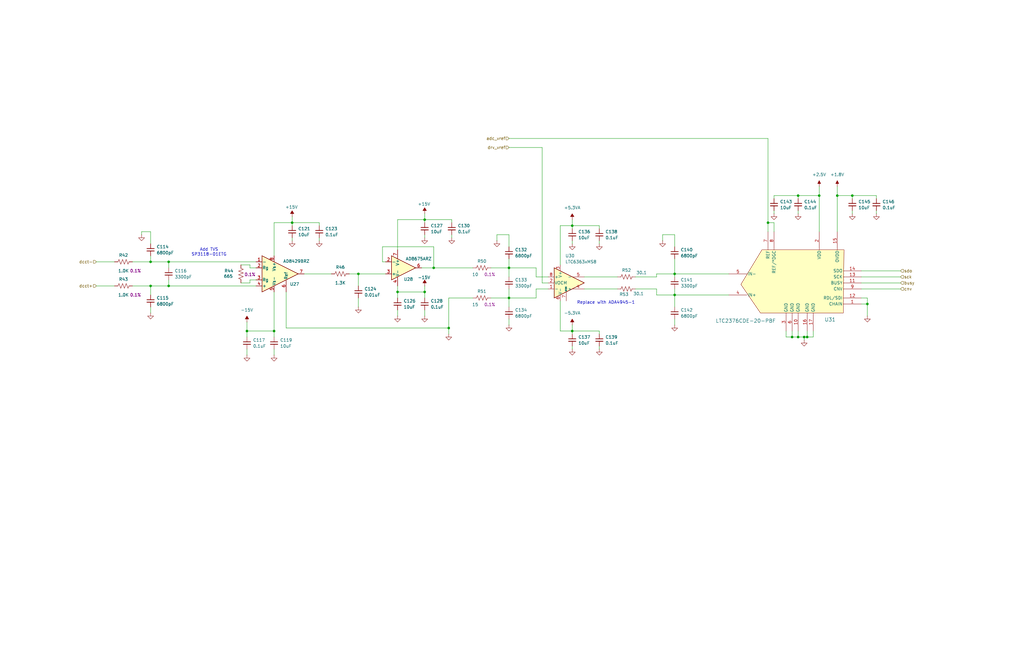
<source format=kicad_sch>
(kicad_sch (version 20250114) (generator "eeschema") (generator_version "9.0")
  (paper "B")
  (lib_symbols
    (symbol "Amplifier_Instrumentation:AD8429BRZ" (pin_names (offset 0.127))
      (property "Reference" "U" (at 3.556 7.366 0))
      (property "Value" "AD8429BRZ" (at 7.366 5.334 0))
      (symbol "AD8429BRZ_0_1"
        (polyline (pts (xy -5.08 7.62) (xy -5.08 -7.62) (xy 10.16 0) (xy -5.08 7.62)) (stroke (width 0.254)) (fill (type background)))
      )
      (symbol "AD8429BRZ_1_1"
        (pin input line (at -7.62 5.08 0) (length 2.54) (name "-") (number "1"))
        (pin passive line (at -7.62 2.54 0) (length 2.54) (name "Rg") (number "2"))
        (pin passive line (at -7.62 -2.54 0) (length 2.54) (name "Rg") (number "3"))
        (pin input line (at -7.62 -5.08 0) (length 2.54) (name "+") (number "4"))
        (pin power_in line (at 0 7.62 270) (length 2.54) (name "Vs+") (number "8"))
        (pin power_in line (at 0 -7.62 90) (length 2.54) (name "Vs-") (number "5"))
        (pin passive line (at 5.08 -7.62 90) (length 5.08) (name "Ref") (number "6"))
        (pin output line (at 12.7 0 180) (length 2.54) (name "~") (number "7"))
      )
    )
    (symbol "Device:C_Small" (pin_numbers (hide yes)) (pin_names (offset 0.254) (hide yes))
      (property "Reference" "C" (at 0.254 1.778 0))
      (property "Value" "C_Small" (at 0.254 -2.032 0))
      (symbol "C_Small_0_1"
        (polyline (pts (xy -1.524 0.508) (xy 1.524 0.508)) (stroke (width 0.3048)))
        (polyline (pts (xy -1.524 -0.508) (xy 1.524 -0.508)) (stroke (width 0.3302)))
      )
      (symbol "C_Small_1_1"
        (pin passive line (at 0 2.54 270) (length 2.032) (name "~") (number "1"))
        (pin passive line (at 0 -2.54 90) (length 2.032) (name "~") (number "2"))
      )
    )
    (symbol "Device:R_US" (pin_numbers (hide yes)) (pin_names (offset 0))
      (property "Reference" "R" (at 2.54 0 90))
      (property "Value" "R_US" (at -2.54 0 90))
      (symbol "R_US_0_1"
        (polyline (pts (xy 0 2.286) (xy 0 2.54)))
        (polyline (pts (xy 0 2.286) (xy 1.016 1.905) (xy 0 1.524) (xy -1.016 1.143) (xy 0 0.762)))
        (polyline (pts (xy 0 0.762) (xy 1.016 0.381) (xy 0 0) (xy -1.016 -0.381) (xy 0 -0.762)))
        (polyline (pts (xy 0 -0.762) (xy 1.016 -1.143) (xy 0 -1.524) (xy -1.016 -1.905) (xy 0 -2.286)))
        (polyline (pts (xy 0 -2.286) (xy 0 -2.54)))
      )
      (symbol "R_US_1_1"
        (pin passive line (at 0 3.81 270) (length 1.27) (name "~") (number "1"))
        (pin passive line (at 0 -3.81 90) (length 1.27) (name "~") (number "2"))
      )
    )
    (symbol "PSC:+1.8V" (power) (pin_numbers (hide yes)) (pin_names (offset 0) (hide yes))
      (property "Value" "+1.8V" (at 0 3.556 0))
      (symbol "+1.8V_0_1"
        (polyline (pts (xy 0 0) (xy 0 2.54)))
      )
      (symbol "+1.8V_1_1"
        (polyline (pts (xy -0.635 1.27) (xy 0.635 1.27) (xy 0 2.54) (xy -0.635 1.27)) (stroke (width 0) (color 132 0 0 1)) (fill (type color) (color 132 0 0 1)))
        (pin power_in line (at 0 0 90) (length 0) (name "~") (number "1"))
      )
    )
    (symbol "PSC:+15V" (power) (pin_numbers (hide yes)) (pin_names (offset 0) (hide yes))
      (property "Value" "+15V" (at 0 3.556 0))
      (symbol "+15V_0_0"
        (pin power_in line (at 0 0 90) (length 0) (name "~") (number "1"))
      )
      (symbol "+15V_0_1"
        (polyline (pts (xy 0 0) (xy 0 1.27) (xy 0.762 1.27) (xy 0 2.54) (xy -0.762 1.27) (xy 0 1.27)) (fill (type outline)))
      )
    )
    (symbol "PSC:+2.5V" (power) (pin_numbers (hide yes)) (pin_names (offset 0) (hide yes))
      (property "Value" "+2.5V" (at 0 3.556 0))
      (symbol "+2.5V_0_1"
        (polyline (pts (xy 0 0) (xy 0 2.54)))
      )
      (symbol "+2.5V_1_1"
        (polyline (pts (xy -0.635 1.27) (xy 0.635 1.27) (xy 0 2.54) (xy -0.635 1.27)) (stroke (width 0) (color 132 0 0 1)) (fill (type color) (color 132 0 0 1)))
        (pin power_in line (at 0 0 90) (length 0) (name "~") (number "1"))
      )
    )
    (symbol "PSC:+5.3VA" (power) (pin_numbers (hide yes)) (pin_names (offset 0) (hide yes))
      (property "Value" "+5.3VA" (at 0 3.556 0))
      (symbol "+5.3VA_1_1"
        (polyline (pts (xy 0 0) (xy 0 1.27) (xy 0.762 1.27) (xy 0 2.54) (xy -0.762 1.27) (xy 0 1.27)) (fill (type outline)))
        (pin power_in line (at 0 0 90) (length 0) (name "~") (number "1"))
      )
    )
    (symbol "PSC:-5.3VA" (power) (pin_numbers (hide yes)) (pin_names (offset 0) (hide yes))
      (property "Value" "-5.3VA" (at 0 3.556 0))
      (symbol "-5.3VA_0_1"
        (polyline (pts (xy 0 0) (xy 0 1.27) (xy 0.762 1.27) (xy 0 2.54) (xy -0.762 1.27) (xy 0 1.27)) (fill (type outline)))
      )
      (symbol "-5.3VA_1_1"
        (pin power_in line (at 0 0 90) (length 0) (name "~") (number "1"))
      )
    )
    (symbol "PSC:AD8675ARZ" (pin_names (offset 0.127))
      (property "Reference" "U" (at 0 5.08 0))
      (property "Value" "AD8675ARZ" (at 0 -5.08 0))
      (symbol "AD8675ARZ_0_1"
        (polyline (pts (xy -5.08 5.08) (xy 5.08 0) (xy -5.08 -5.08) (xy -5.08 5.08)) (stroke (width 0.254)) (fill (type background)))
      )
      (symbol "AD8675ARZ_1_1"
        (pin input line (at -7.62 2.54 0) (length 2.54) (name "-") (number "2"))
        (pin input line (at -7.62 -2.54 0) (length 2.54) (name "+") (number "3"))
        (pin power_in line (at -2.54 7.62 270) (length 3.81) (name "V+") (number "7"))
        (pin power_in line (at -2.54 -7.62 90) (length 3.81) (name "V-") (number "4"))
        (pin output line (at 7.62 0 180) (length 2.54) (name "~") (number "6"))
      )
    )
    (symbol "PSC:LTC2376CDE-20-PBF" (pin_names (offset 0.254))
      (property "Reference" "U" (at 39.624 -30.734 0))
      (property "Value" "LTC2376CDE-20-PBF" (at 50.8 -27.686 0))
      (symbol "LTC2376CDE-20-PBF_0_1"
        (pin input line (at 0 -8.89 0) (length 7.62) (name "IN-") (number "5"))
        (pin input line (at 0 -17.78 0) (length 7.62) (name "IN+") (number "4"))
        (pin output line (at 55.88 -7.62 180) (length 7.62) (name "SDO") (number "14"))
        (pin input line (at 55.88 -10.16 180) (length 7.62) (name "SCK") (number "13"))
        (pin unspecified line (at 55.88 -12.7 180) (length 7.62) (name "BUSY") (number "11"))
        (pin input line (at 55.88 -15.24 180) (length 7.62) (name "CNV") (number "9"))
        (pin input line (at 55.88 -19.05 180) (length 7.62) (name "RDL/SDI") (number "12"))
      )
      (symbol "LTC2376CDE-20-PBF_1_1"
        (polyline (pts (xy 13.97 1.27) (xy 48.5775 1.27) (xy 48.26 -25.4) (xy 13.335 -25.4) (xy 5.08 -13.335) (xy 13.97 1.27)) (fill (type color) (color 255 255 194 1)))
        (pin input line (at 16.51 8.89 270) (length 7.62) (name "REF") (number "7"))
        (pin unspecified line (at 19.05 8.89 270) (length 7.62) (name "REF/*DGC") (number "8"))
        (pin power_in line (at 24.13 -33.02 90) (length 7.62) (name "GND") (number "3"))
        (pin power_in line (at 26.67 -33.02 90) (length 7.62) (name "GND") (number "6"))
        (pin power_in line (at 29.21 -33.02 90) (length 7.62) (name "GND") (number "10"))
        (pin power_in line (at 33.02 -33.02 90) (length 7.62) (name "GND") (number "16"))
        (pin power_in line (at 35.56 -33.02 90) (length 7.62) (name "GND") (number "17"))
        (pin power_in line (at 38.1 8.89 270) (length 7.62) (name "VDD") (number "2"))
        (pin power_in line (at 45.72 8.89 270) (length 7.62) (name "OVDD") (number "15"))
        (pin unspecified line (at 55.88 -21.59 180) (length 7.62) (name "CHAIN") (number "1"))
      )
    )
    (symbol "PSC:LTC6363xMS8" (pin_names (offset 0.127))
      (property "Reference" "U" (at 2.54 5.08 0))
      (property "Value" "LTC6363xMS8" (at 2.54 -5.08 0))
      (symbol "LTC6363xMS8_0_1"
        (polyline (pts (xy -5.08 6.35) (xy -5.08 -6.35) (xy 7.62 0) (xy -5.08 6.35)) (stroke (width 0.254)) (fill (type background)))
      )
      (symbol "LTC6363xMS8_1_1"
        (pin input line (at -7.62 2.54 0) (length 2.54) (name "+") (number "8"))
        (pin input line (at -7.62 0 0) (length 2.54) (name "VOCM") (number "2"))
        (pin input line (at -7.62 -2.54 0) (length 2.54) (name "-") (number "1"))
        (pin power_in line (at -2.54 7.62 270) (length 2.54) (name "V+") (number "3"))
        (pin power_in line (at -2.54 -7.62 90) (length 2.54) (name "V-") (number "6"))
        (pin input line (at 0 -7.62 90) (length 3.81) (name "~{SHDN}") (number "7"))
        (pin output line (at 7.62 2.54 180) (length 5.08) (name "-") (number "5"))
        (pin output line (at 7.62 -2.54 180) (length 5.08) (name "+") (number "4"))
      )
    )
    (symbol "power:-15V" (power) (pin_numbers (hide yes)) (pin_names (offset 0) (hide yes))
      (property "Value" "-15V" (at 0 3.556 0))
      (symbol "-15V_0_0"
        (pin power_in line (at 0 0 90) (length 0) (name "~") (number "1"))
      )
      (symbol "-15V_0_1"
        (polyline (pts (xy 0 0) (xy 0 1.27) (xy 0.762 1.27) (xy 0 2.54) (xy -0.762 1.27) (xy 0 1.27)) (fill (type outline)))
      )
    )
    (symbol "power:GND" (power) (pin_numbers (hide yes)) (pin_names (offset 0) (hide yes))
      (property "Value" "GND" (at 0 -3.81 0))
      (symbol "GND_0_1"
        (polyline (pts (xy 0 0) (xy 0 -1.27) (xy 1.27 -1.27) (xy 0 -2.54) (xy -1.27 -1.27) (xy 0 -1.27)))
      )
      (symbol "GND_1_1"
        (pin power_in line (at 0 0 270) (length 0) (name "~") (number "1"))
      )
    )
  )
  (text "Add TVS\nSP3118-01ETG\n" (at 88.138 106.426 0) (effects (font (size 1.27 1.27))))
  (text "Replace with ADA4945-1" (at 255.524 127.762 0) (effects (font (size 1.27 1.27))))
  (junction (at 189.23 138.43))
  (junction (at 167.64 123.19))
  (junction (at 336.55 142.24))
  (junction (at 241.3 139.7))
  (junction (at 323.85 93.98))
  (junction (at 365.76 128.27))
  (junction (at 345.44 82.55))
  (junction (at 214.63 113.03))
  (junction (at 104.14 139.7))
  (junction (at 284.48 124.46))
  (junction (at 334.01 142.24))
  (junction (at 284.48 115.57))
  (junction (at 115.57 139.7))
  (junction (at 63.5 110.49))
  (junction (at 71.12 120.65))
  (junction (at 353.06 82.55))
  (junction (at 241.3 95.25))
  (junction (at 71.12 110.49))
  (junction (at 359.41 82.55))
  (junction (at 339.09 142.24))
  (junction (at 336.55 82.55))
  (junction (at 182.88 113.03))
  (junction (at 179.07 123.19))
  (junction (at 179.07 92.71))
  (junction (at 214.63 125.73))
  (junction (at 123.19 93.98))
  (junction (at 151.13 115.57))
  (junction (at 63.5 120.65))
  (junction (at 340.36 142.24))
  (wire (pts (xy 115.57 149.86) (xy 115.57 147.32)))
  (wire (pts (xy 167.64 92.71) (xy 179.07 92.71)))
  (wire (pts (xy 55.88 120.65) (xy 63.5 120.65)))
  (wire (pts (xy 190.5 100.33) (xy 190.5 99.06)))
  (wire (pts (xy 214.63 109.22) (xy 214.63 113.03)))
  (wire (pts (xy 115.57 123.19) (xy 115.57 139.7)))
  (wire (pts (xy 120.65 123.19) (xy 120.65 138.43)))
  (wire (pts (xy 226.06 113.03) (xy 214.63 113.03)))
  (wire (pts (xy 179.07 100.33) (xy 179.07 99.06)))
  (wire (pts (xy 189.23 125.73) (xy 189.23 138.43)))
  (wire (pts (xy 115.57 139.7) (xy 104.14 139.7)))
  (wire (pts (xy 284.48 115.57) (xy 307.34 115.57)))
  (wire (pts (xy 123.19 101.6) (xy 123.19 100.33)))
  (wire (pts (xy 236.22 139.7) (xy 241.3 139.7)))
  (wire (pts (xy 182.88 113.03) (xy 199.39 113.03)))
  (wire (pts (xy 369.57 90.17) (xy 369.57 88.9)))
  (wire (pts (xy 246.38 116.84) (xy 260.35 116.84)))
  (wire (pts (xy 179.07 92.71) (xy 179.07 90.17)))
  (wire (pts (xy 151.13 115.57) (xy 151.13 120.65)))
  (wire (pts (xy 231.14 119.38) (xy 228.6 119.38)))
  (wire (pts (xy 252.73 96.52) (xy 252.73 95.25)))
  (wire (pts (xy 345.44 82.55) (xy 345.44 97.79)))
  (wire (pts (xy 63.5 110.49) (xy 71.12 110.49)))
  (wire (pts (xy 363.22 128.27) (xy 365.76 128.27)))
  (wire (pts (xy 267.97 116.84) (xy 276.86 116.84)))
  (wire (pts (xy 214.63 125.73) (xy 207.01 125.73)))
  (wire (pts (xy 101.6 111.76) (xy 105.41 111.76)))
  (wire (pts (xy 161.29 104.14) (xy 182.88 104.14)))
  (wire (pts (xy 241.3 95.25) (xy 252.73 95.25)))
  (wire (pts (xy 246.38 121.92) (xy 260.35 121.92)))
  (wire (pts (xy 284.48 109.22) (xy 284.48 115.57)))
  (wire (pts (xy 228.6 119.38) (xy 228.6 62.23)))
  (wire (pts (xy 104.14 142.24) (xy 104.14 139.7)))
  (wire (pts (xy 190.5 93.98) (xy 190.5 92.71)))
  (wire (pts (xy 363.22 116.84) (xy 379.73 116.84)))
  (wire (pts (xy 177.8 113.03) (xy 182.88 113.03)))
  (wire (pts (xy 284.48 115.57) (xy 284.48 116.84)))
  (wire (pts (xy 369.57 83.82) (xy 369.57 82.55)))
  (wire (pts (xy 276.86 124.46) (xy 284.48 124.46)))
  (wire (pts (xy 179.07 120.65) (xy 179.07 123.19)))
  (wire (pts (xy 326.39 83.82) (xy 326.39 82.55)))
  (wire (pts (xy 59.69 97.79) (xy 59.69 99.06)))
  (wire (pts (xy 214.63 125.73) (xy 214.63 129.54)))
  (wire (pts (xy 353.06 82.55) (xy 353.06 97.79)))
  (wire (pts (xy 123.19 93.98) (xy 134.62 93.98)))
  (wire (pts (xy 63.5 120.65) (xy 71.12 120.65)))
  (wire (pts (xy 276.86 121.92) (xy 276.86 124.46)))
  (wire (pts (xy 284.48 121.92) (xy 284.48 124.46)))
  (wire (pts (xy 128.27 115.57) (xy 139.7 115.57)))
  (wire (pts (xy 63.5 132.08) (xy 63.5 129.54)))
  (wire (pts (xy 279.4 99.06) (xy 284.48 99.06)))
  (wire (pts (xy 214.63 62.23) (xy 228.6 62.23)))
  (wire (pts (xy 214.63 113.03) (xy 207.01 113.03)))
  (wire (pts (xy 209.55 101.6) (xy 209.55 99.06)))
  (wire (pts (xy 236.22 127) (xy 236.22 139.7)))
  (wire (pts (xy 161.29 104.14) (xy 161.29 110.49)))
  (wire (pts (xy 71.12 118.11) (xy 71.12 120.65)))
  (wire (pts (xy 123.19 93.98) (xy 123.19 91.44)))
  (wire (pts (xy 40.64 110.49) (xy 48.26 110.49)))
  (wire (pts (xy 340.36 139.7) (xy 340.36 142.24)))
  (wire (pts (xy 226.06 116.84) (xy 226.06 113.03)))
  (wire (pts (xy 214.63 137.16) (xy 214.63 134.62)))
  (wire (pts (xy 363.22 125.73) (xy 365.76 125.73)))
  (wire (pts (xy 365.76 128.27) (xy 365.76 133.35)))
  (wire (pts (xy 104.14 135.89) (xy 104.14 139.7)))
  (wire (pts (xy 63.5 102.87) (xy 63.5 97.79)))
  (wire (pts (xy 231.14 116.84) (xy 226.06 116.84)))
  (wire (pts (xy 323.85 58.42) (xy 214.63 58.42)))
  (wire (pts (xy 161.29 110.49) (xy 162.56 110.49)))
  (wire (pts (xy 214.63 121.92) (xy 214.63 125.73)))
  (wire (pts (xy 71.12 110.49) (xy 71.12 113.03)))
  (wire (pts (xy 342.9 142.24) (xy 342.9 139.7)))
  (wire (pts (xy 284.48 124.46) (xy 284.48 129.54)))
  (wire (pts (xy 231.14 121.92) (xy 226.06 121.92)))
  (wire (pts (xy 104.14 149.86) (xy 104.14 147.32)))
  (wire (pts (xy 151.13 129.54) (xy 151.13 125.73)))
  (wire (pts (xy 55.88 110.49) (xy 63.5 110.49)))
  (wire (pts (xy 284.48 99.06) (xy 284.48 104.14)))
  (wire (pts (xy 236.22 111.76) (xy 236.22 95.25)))
  (wire (pts (xy 331.47 142.24) (xy 334.01 142.24)))
  (wire (pts (xy 167.64 92.71) (xy 167.64 105.41)))
  (wire (pts (xy 123.19 95.25) (xy 123.19 93.98)))
  (wire (pts (xy 71.12 120.65) (xy 107.95 120.65)))
  (wire (pts (xy 241.3 102.87) (xy 241.3 101.6)))
  (wire (pts (xy 276.86 116.84) (xy 276.86 115.57)))
  (wire (pts (xy 267.97 121.92) (xy 276.86 121.92)))
  (wire (pts (xy 345.44 82.55) (xy 336.55 82.55)))
  (wire (pts (xy 105.41 111.76) (xy 105.41 113.03)))
  (wire (pts (xy 241.3 96.52) (xy 241.3 95.25)))
  (wire (pts (xy 134.62 101.6) (xy 134.62 100.33)))
  (wire (pts (xy 182.88 104.14) (xy 182.88 113.03)))
  (wire (pts (xy 323.85 58.42) (xy 323.85 93.98)))
  (wire (pts (xy 179.07 93.98) (xy 179.07 92.71)))
  (wire (pts (xy 365.76 125.73) (xy 365.76 128.27)))
  (wire (pts (xy 353.06 82.55) (xy 359.41 82.55)))
  (wire (pts (xy 331.47 139.7) (xy 331.47 142.24)))
  (wire (pts (xy 359.41 83.82) (xy 359.41 82.55)))
  (wire (pts (xy 63.5 97.79) (xy 59.69 97.79)))
  (wire (pts (xy 340.36 142.24) (xy 342.9 142.24)))
  (wire (pts (xy 151.13 115.57) (xy 162.56 115.57)))
  (wire (pts (xy 323.85 97.79) (xy 323.85 93.98)))
  (wire (pts (xy 334.01 142.24) (xy 336.55 142.24)))
  (wire (pts (xy 284.48 137.16) (xy 284.48 134.62)))
  (wire (pts (xy 71.12 110.49) (xy 107.95 110.49)))
  (wire (pts (xy 226.06 121.92) (xy 226.06 125.73)))
  (wire (pts (xy 359.41 82.55) (xy 369.57 82.55)))
  (wire (pts (xy 241.3 139.7) (xy 252.73 139.7)))
  (wire (pts (xy 363.22 121.92) (xy 379.73 121.92)))
  (wire (pts (xy 252.73 140.97) (xy 252.73 139.7)))
  (wire (pts (xy 115.57 93.98) (xy 123.19 93.98)))
  (wire (pts (xy 214.63 99.06) (xy 214.63 104.14)))
  (wire (pts (xy 209.55 99.06) (xy 214.63 99.06)))
  (wire (pts (xy 189.23 125.73) (xy 199.39 125.73)))
  (wire (pts (xy 339.09 142.24) (xy 340.36 142.24)))
  (wire (pts (xy 326.39 82.55) (xy 336.55 82.55)))
  (wire (pts (xy 167.64 120.65) (xy 167.64 123.19)))
  (wire (pts (xy 353.06 78.74) (xy 353.06 82.55)))
  (wire (pts (xy 105.41 118.11) (xy 107.95 118.11)))
  (wire (pts (xy 236.22 95.25) (xy 241.3 95.25)))
  (wire (pts (xy 101.6 119.38) (xy 105.41 119.38)))
  (wire (pts (xy 179.07 92.71) (xy 190.5 92.71)))
  (wire (pts (xy 63.5 120.65) (xy 63.5 124.46)))
  (wire (pts (xy 359.41 90.17) (xy 359.41 88.9)))
  (wire (pts (xy 167.64 133.35) (xy 167.64 130.81)))
  (wire (pts (xy 214.63 113.03) (xy 214.63 116.84)))
  (wire (pts (xy 241.3 140.97) (xy 241.3 139.7)))
  (wire (pts (xy 336.55 142.24) (xy 339.09 142.24)))
  (wire (pts (xy 115.57 107.95) (xy 115.57 93.98)))
  (wire (pts (xy 241.3 147.32) (xy 241.3 146.05)))
  (wire (pts (xy 189.23 140.97) (xy 189.23 138.43)))
  (wire (pts (xy 115.57 142.24) (xy 115.57 139.7)))
  (wire (pts (xy 363.22 119.38) (xy 379.73 119.38)))
  (wire (pts (xy 179.07 133.35) (xy 179.07 130.81)))
  (wire (pts (xy 363.22 114.3) (xy 379.73 114.3)))
  (wire (pts (xy 339.09 142.24) (xy 339.09 143.51)))
  (wire (pts (xy 105.41 113.03) (xy 107.95 113.03)))
  (wire (pts (xy 336.55 90.17) (xy 336.55 88.9)))
  (wire (pts (xy 63.5 107.95) (xy 63.5 110.49)))
  (wire (pts (xy 105.41 119.38) (xy 105.41 118.11)))
  (wire (pts (xy 279.4 101.6) (xy 279.4 99.06)))
  (wire (pts (xy 179.07 123.19) (xy 179.07 125.73)))
  (wire (pts (xy 40.64 120.65) (xy 48.26 120.65)))
  (wire (pts (xy 241.3 95.25) (xy 241.3 92.71)))
  (wire (pts (xy 336.55 139.7) (xy 336.55 142.24)))
  (wire (pts (xy 134.62 95.25) (xy 134.62 93.98)))
  (wire (pts (xy 167.64 123.19) (xy 179.07 123.19)))
  (wire (pts (xy 326.39 90.17) (xy 326.39 88.9)))
  (wire (pts (xy 241.3 139.7) (xy 241.3 137.16)))
  (wire (pts (xy 336.55 83.82) (xy 336.55 82.55)))
  (wire (pts (xy 252.73 147.32) (xy 252.73 146.05)))
  (wire (pts (xy 323.85 93.98) (xy 326.39 93.98)))
  (wire (pts (xy 326.39 97.79) (xy 326.39 93.98)))
  (wire (pts (xy 226.06 125.73) (xy 214.63 125.73)))
  (wire (pts (xy 120.65 138.43) (xy 189.23 138.43)))
  (wire (pts (xy 345.44 78.74) (xy 345.44 82.55)))
  (wire (pts (xy 276.86 115.57) (xy 284.48 115.57)))
  (wire (pts (xy 334.01 139.7) (xy 334.01 142.24)))
  (wire (pts (xy 284.48 124.46) (xy 307.34 124.46)))
  (wire (pts (xy 252.73 102.87) (xy 252.73 101.6)))
  (wire (pts (xy 167.64 125.73) (xy 167.64 123.19)))
  (wire (pts (xy 147.32 115.57) (xy 151.13 115.57)))
  (hierarchical_label "cnv" (shape input) (at 379.73 121.92 0))
  (hierarchical_label "dcct-" (shape input) (at 40.64 110.49 180))
  (hierarchical_label "sck" (shape input) (at 379.73 116.84 0))
  (hierarchical_label "drv_vref" (shape input) (at 214.63 62.23 180))
  (hierarchical_label "dcct+" (shape input) (at 40.64 120.65 180))
  (hierarchical_label "sdo" (shape input) (at 379.73 114.3 0))
  (hierarchical_label "adc_vref" (shape input) (at 214.63 58.42 180))
  (hierarchical_label "busy" (shape input) (at 379.73 119.38 0))
  (symbol (lib_id "power:GND") (at 214.63 137.16 0) (unit 1)
    (property "Reference" "#PWR0244" (effects (hide yes)))
    (property "Value" "GND" (effects (hide yes)))
    (property "Description" "Power symbol creates a global label with name \"GND\" , ground" (effects (hide yes)))
    (instances (project "psc_daughter_brd" (path "" (reference "#PWR0197") (unit 1)) (path "" (reference "#PWR0244") (unit 1))))
  )
  (symbol (lib_id "power:GND") (at 59.69 99.06 0) (unit 1)
    (property "Reference" "#PWR0217" (effects (hide yes)))
    (property "Value" "GND" (effects (hide yes)))
    (property "Description" "Power symbol creates a global label with name \"GND\" , ground" (effects (hide yes)))
    (instances (project "psc_daughter_brd" (path "" (reference "#PWR0170") (unit 1)) (path "" (reference "#PWR0217") (unit 1))))
  )
  (symbol (lib_id "Device:R_US") (at 264.16 121.92 270) (unit 1)
    (property "Reference" "R65" (at 263.144 124.206 90))
    (property "Value" "30.1" (at 269.24 123.952 90))
    (property "Footprint" "Resistor_SMD:R_0402_1005Metric" (effects (hide yes)))
    (property "Description" "Resistor, US symbol" (effects (hide yes)))
    (property "Tolerance" "1%" (effects (hide yes)))
    (instances (project "psc_daughter_brd" (path "" (reference "R53") (unit 1)) (path "" (reference "R65") (unit 1))))
  )
  (symbol (lib_id "power:GND") (at 359.41 90.17 0) (unit 1)
    (property "Reference" "#PWR0259" (effects (hide yes)))
    (property "Value" "GND" (effects (hide yes)))
    (property "Description" "Power symbol creates a global label with name \"GND\" , ground" (effects (hide yes)))
    (instances (project "psc_daughter_brd" (path "" (reference "#PWR0212") (unit 1)) (path "" (reference "#PWR0259") (unit 1))))
  )
  (symbol (lib_id "PSC:LTC6363xMS8") (at 238.76 119.38 0) (unit 1)
    (property "Reference" "U36" (at 238.3633 107.95 0) (effects (justify left)))
    (property "Value" "LTC6363xMS8" (at 238.3633 110.49 0) (effects (justify left)))
    (property "Footprint" "Package_SO:MSOP-8_3x3mm_P0.65mm" (effects (hide yes)))
    (property "Datasheet" "https://www.analog.com/media/en/technical-documentation/data-sheets/6362fa.pdf" (effects (hide yes)))
    (property "Description" "Precision, Low Power, Rail-to-Rail Input/Output, Differential Op Amp/SAR ADC Driver, DFN-8" (effects (hide yes)))
    (instances (project "psc_daughter_brd" (path "" (reference "U30") (unit 1)) (path "" (reference "U36") (unit 1))))
  )
  (symbol (lib_id "PSC:+1.8V") (at 353.06 78.74 0) (unit 1)
    (property "Reference" "#PWR0258" (effects (hide yes)))
    (property "Value" "+1.8V" (at 353.06 73.66 0))
    (instances (project "psc_daughter_brd" (path "" (reference "#PWR0211") (unit 1)) (path "" (reference "#PWR0258") (unit 1))))
  )
  (symbol (lib_id "Device:C_Small") (at 167.64 128.27 0) (unit 1)
    (property "Reference" "C161" (at 170.18 127.0062 0) (effects (justify left)))
    (property "Value" "10uF" (at 170.18 129.5462 0) (effects (justify left)))
    (property "Footprint" "Capacitor_SMD:C_0603_1608Metric" (effects (hide yes)))
    (property "Description" "Unpolarized capacitor, small symbol" (effects (hide yes)))
    (property "Voltage" "25V" (effects (hide yes)))
    (instances (project "psc_daughter_brd" (path "" (reference "C126") (unit 1)) (path "" (reference "C161") (unit 1))))
  )
  (symbol (lib_id "PSC:AD8675ARZ") (at 170.18 113.03 0) (unit 1)
    (property "Reference" "U34" (at 172.212 117.856 0))
    (property "Value" "AD8675ARZ" (at 176.53 109.22 0))
    (property "Footprint" "Package_SO:SOIC-8_3.9x4.9mm_P1.27mm" (effects (hide yes)))
    (instances (project "psc_daughter_brd" (path "" (reference "U28") (unit 1)) (path "" (reference "U34") (unit 1))))
  )
  (symbol (lib_id "power:GND") (at 284.48 137.16 0) (unit 1)
    (property "Reference" "#PWR0253" (effects (hide yes)))
    (property "Value" "GND" (effects (hide yes)))
    (property "Description" "Power symbol creates a global label with name \"GND\" , ground" (effects (hide yes)))
    (instances (project "psc_daughter_brd" (path "" (reference "#PWR0206") (unit 1)) (path "" (reference "#PWR0253") (unit 1))))
  )
  (symbol (lib_id "power:GND") (at 252.73 102.87 0) (unit 1)
    (property "Reference" "#PWR0250" (effects (hide yes)))
    (property "Value" "GND" (effects (hide yes)))
    (property "Description" "Power symbol creates a global label with name \"GND\" , ground" (effects (hide yes)))
    (instances (project "psc_daughter_brd" (path "" (reference "#PWR0203") (unit 1)) (path "" (reference "#PWR0250") (unit 1))))
  )
  (symbol (lib_id "PSC:LTC2376CDE-20-PBF") (at 307.34 106.68 0) (unit 1)
    (property "Reference" "U37" (at 350.012 134.874 0) (effects (font (size 1.524 1.524))))
    (property "Value" "LTC2376CDE-20-PBF" (at 314.452 135.382 0) (effects (font (size 1.524 1.524))))
    (property "Footprint" "DFN-16_DE_LIT" (effects (hide yes)))
    (property "Datasheet" "https://www.analog.com/media/en/technical-documentation/data-sheets/237820fb.pdf" (effects (hide yes)))
    (instances (project "psc_daughter_brd" (path "" (reference "U31") (unit 1)) (path "" (reference "U37") (unit 1))))
  )
  (symbol (lib_id "power:GND") (at 123.19 101.6 0) (unit 1)
    (property "Reference" "#PWR0227" (effects (hide yes)))
    (property "Value" "GND" (effects (hide yes)))
    (property "Description" "Power symbol creates a global label with name \"GND\" , ground" (effects (hide yes)))
    (instances (project "psc_daughter_brd" (path "" (reference "#PWR0180") (unit 1)) (path "" (reference "#PWR0227") (unit 1))))
  )
  (symbol (lib_id "Device:C_Small") (at 284.48 119.38 0) (unit 1)
    (property "Reference" "C176" (at 287.02 118.1162 0) (effects (justify left)))
    (property "Value" "3300pF" (at 287.02 120.6562 0) (effects (justify left)))
    (property "Footprint" "Capacitor_SMD:C_0402_1005Metric" (effects (hide yes)))
    (property "Description" "Unpolarized capacitor, small symbol" (effects (hide yes)))
    (instances (project "psc_daughter_brd" (path "" (reference "C141") (unit 1)) (path "" (reference "C176") (unit 1))))
  )
  (symbol (lib_id "power:GND") (at 241.3 147.32 0) (unit 1)
    (property "Reference" "#PWR0249" (effects (hide yes)))
    (property "Value" "GND" (effects (hide yes)))
    (property "Description" "Power symbol creates a global label with name \"GND\" , ground" (effects (hide yes)))
    (instances (project "psc_daughter_brd" (path "" (reference "#PWR0202") (unit 1)) (path "" (reference "#PWR0249") (unit 1))))
  )
  (symbol (lib_id "PSC:+5.3VA") (at 241.3 92.71 0) (unit 1)
    (property "Reference" "#PWR0246" (effects (hide yes)))
    (property "Value" "+5.3VA" (at 241.3 87.63 0))
    (property "Description" "Power symbol creates a global label with name \"+5.3VA\"" (effects (hide yes)))
    (instances (project "psc_daughter_brd" (path "" (reference "#PWR0199") (unit 1)) (path "" (reference "#PWR0246") (unit 1))))
  )
  (symbol (lib_id "power:GND") (at 326.39 90.17 0) (unit 1)
    (property "Reference" "#PWR0254" (effects (hide yes)))
    (property "Value" "GND" (effects (hide yes)))
    (property "Description" "Power symbol creates a global label with name \"GND\" , ground" (effects (hide yes)))
    (instances (project "psc_daughter_brd" (path "" (reference "#PWR0207") (unit 1)) (path "" (reference "#PWR0254") (unit 1))))
  )
  (symbol (lib_id "Device:C_Small") (at 179.07 128.27 0) (unit 1)
    (property "Reference" "C163" (at 181.61 127.0062 0) (effects (justify left)))
    (property "Value" "0.1uF" (at 181.61 129.5462 0) (effects (justify left)))
    (property "Footprint" "Capacitor_SMD:C_0402_1005Metric" (effects (hide yes)))
    (property "Description" "Unpolarized capacitor, small symbol" (effects (hide yes)))
    (instances (project "psc_daughter_brd" (path "" (reference "C128") (unit 1)) (path "" (reference "C163") (unit 1))))
  )
  (symbol (lib_id "power:GND") (at 369.57 90.17 0) (unit 1)
    (property "Reference" "#PWR0261" (effects (hide yes)))
    (property "Value" "GND" (effects (hide yes)))
    (property "Description" "Power symbol creates a global label with name \"GND\" , ground" (effects (hide yes)))
    (instances (project "psc_daughter_brd" (path "" (reference "#PWR0214") (unit 1)) (path "" (reference "#PWR0261") (unit 1))))
  )
  (symbol (lib_id "PSC:-5.3VA") (at 241.3 137.16 0) (unit 1)
    (property "Reference" "#PWR0248" (effects (hide yes)))
    (property "Value" "-5.3VA" (at 241.3 132.08 0))
    (property "Description" "Power symbol creates a global label with name \"-5.3VA\"" (effects (hide yes)))
    (instances (project "psc_daughter_brd" (path "" (reference "#PWR0201") (unit 1)) (path "" (reference "#PWR0248") (unit 1))))
  )
  (symbol (lib_id "Device:C_Small") (at 284.48 132.08 0) (unit 1)
    (property "Reference" "C177" (at 287.02 130.8162 0) (effects (justify left)))
    (property "Value" "6800pF" (at 287.02 133.3562 0) (effects (justify left)))
    (property "Footprint" "Capacitor_SMD:C_0402_1005Metric" (effects (hide yes)))
    (property "Description" "Unpolarized capacitor, small symbol" (effects (hide yes)))
    (instances (project "psc_daughter_brd" (path "" (reference "C142") (unit 1)) (path "" (reference "C177") (unit 1))))
  )
  (symbol (lib_id "power:GND") (at 279.4 101.6 0) (unit 1)
    (property "Reference" "#PWR0252" (effects (hide yes)))
    (property "Value" "GND" (effects (hide yes)))
    (property "Description" "Power symbol creates a global label with name \"GND\" , ground" (effects (hide yes)))
    (instances (project "psc_daughter_brd" (path "" (reference "#PWR0205") (unit 1)) (path "" (reference "#PWR0252") (unit 1))))
  )
  (symbol (lib_id "Device:R_US") (at 52.07 110.49 270) (unit 1)
    (property "Reference" "R54" (at 52.07 107.696 90))
    (property "Value" "1.0K" (at 52.07 114.3 90))
    (property "Footprint" "Resistor_SMD:R_0402_1005Metric" (effects (hide yes)))
    (property "Description" "Resistor, US symbol" (effects (hide yes)))
    (property "Tolerance" "0.1%" (at 57.15 114.3 90))
    (instances (project "psc_daughter_brd" (path "" (reference "R42") (unit 1)) (path "" (reference "R54") (unit 1))))
  )
  (symbol (lib_id "Device:C_Small") (at 284.48 106.68 0) (unit 1)
    (property "Reference" "C175" (at 287.02 105.4162 0) (effects (justify left)))
    (property "Value" "6800pF" (at 287.02 107.9562 0) (effects (justify left)))
    (property "Footprint" "Capacitor_SMD:C_0402_1005Metric" (effects (hide yes)))
    (property "Description" "Unpolarized capacitor, small symbol" (effects (hide yes)))
    (instances (project "psc_daughter_brd" (path "" (reference "C140") (unit 1)) (path "" (reference "C175") (unit 1))))
  )
  (symbol (lib_id "Device:C_Small") (at 134.62 97.79 0) (unit 1)
    (property "Reference" "C158" (at 137.16 96.5262 0) (effects (justify left)))
    (property "Value" "0.1uF" (at 137.16 99.0662 0) (effects (justify left)))
    (property "Footprint" "Capacitor_SMD:C_0402_1005Metric" (effects (hide yes)))
    (property "Description" "Unpolarized capacitor, small symbol" (effects (hide yes)))
    (instances (project "psc_daughter_brd" (path "" (reference "C123") (unit 1)) (path "" (reference "C158") (unit 1))))
  )
  (symbol (lib_id "Device:C_Small") (at 63.5 127 0) (unit 1)
    (property "Reference" "C150" (at 66.04 125.7362 0) (effects (justify left)))
    (property "Value" "6800pF" (at 66.04 128.2762 0) (effects (justify left)))
    (property "Footprint" "Capacitor_SMD:C_0402_1005Metric" (effects (hide yes)))
    (property "Description" "Unpolarized capacitor, small symbol" (effects (hide yes)))
    (instances (project "psc_daughter_brd" (path "" (reference "C115") (unit 1)) (path "" (reference "C150") (unit 1))))
  )
  (symbol (lib_id "power:-15V") (at 179.07 120.65 0) (unit 1)
    (property "Reference" "#PWR0235" (effects (hide yes)))
    (property "Value" "-15V" (at 178.816 117.094 0))
    (property "Description" "Power symbol creates a global label with name \"-15V\"" (effects (hide yes)))
    (instances (project "psc_daughter_brd" (path "" (reference "#PWR0188") (unit 1)) (path "" (reference "#PWR0235") (unit 1))))
  )
  (symbol (lib_id "power:-15V") (at 104.14 135.89 0) (unit 1)
    (property "Reference" "#PWR0221" (effects (hide yes)))
    (property "Value" "-15V" (at 104.14 130.81 0))
    (property "Description" "Power symbol creates a global label with name \"-15V\"" (effects (hide yes)))
    (instances (project "psc_daughter_brd" (path "" (reference "#PWR0174") (unit 1)) (path "" (reference "#PWR0221") (unit 1))))
  )
  (symbol (lib_id "Device:C_Small") (at 326.39 86.36 0) (unit 1)
    (property "Reference" "C178" (at 328.93 85.0962 0) (effects (justify left)))
    (property "Value" "10uF" (at 328.93 87.6362 0) (effects (justify left)))
    (property "Footprint" "Capacitor_SMD:C_0603_1608Metric" (effects (hide yes)))
    (property "Description" "Unpolarized capacitor, small symbol" (effects (hide yes)))
    (property "Voltage" "25V" (effects (hide yes)))
    (instances (project "psc_daughter_brd" (path "" (reference "C143") (unit 1)) (path "" (reference "C178") (unit 1))))
  )
  (symbol (lib_id "power:GND") (at 336.55 90.17 0) (unit 1)
    (property "Reference" "#PWR0255" (effects (hide yes)))
    (property "Value" "GND" (effects (hide yes)))
    (property "Description" "Power symbol creates a global label with name \"GND\" , ground" (effects (hide yes)))
    (instances (project "psc_daughter_brd" (path "" (reference "#PWR0208") (unit 1)) (path "" (reference "#PWR0255") (unit 1))))
  )
  (symbol (lib_id "PSC:+15V") (at 179.07 90.17 0) (unit 1)
    (property "Reference" "#PWR0233" (effects (hide yes)))
    (property "Value" "+15V" (at 178.816 86.106 0))
    (property "Description" "Power symbol creates a global label with name \"-15V\"" (effects (hide yes)))
    (instances (project "psc_daughter_brd" (path "" (reference "#PWR0186") (unit 1)) (path "" (reference "#PWR0233") (unit 1))))
  )
  (symbol (lib_id "Device:C_Small") (at 179.07 96.52 0) (unit 1)
    (property "Reference" "C162" (at 181.61 95.2562 0) (effects (justify left)))
    (property "Value" "10uF" (at 181.61 97.7962 0) (effects (justify left)))
    (property "Footprint" "Capacitor_SMD:C_0603_1608Metric" (effects (hide yes)))
    (property "Description" "Unpolarized capacitor, small symbol" (effects (hide yes)))
    (property "Voltage" "25V" (effects (hide yes)))
    (instances (project "psc_daughter_brd" (path "" (reference "C127") (unit 1)) (path "" (reference "C162") (unit 1))))
  )
  (symbol (lib_id "power:GND") (at 167.64 133.35 0) (unit 1)
    (property "Reference" "#PWR0232" (effects (hide yes)))
    (property "Value" "GND" (effects (hide yes)))
    (property "Description" "Power symbol creates a global label with name \"GND\" , ground" (effects (hide yes)))
    (instances (project "psc_daughter_brd" (path "" (reference "#PWR0185") (unit 1)) (path "" (reference "#PWR0232") (unit 1))))
  )
  (symbol (lib_id "PSC:+2.5V") (at 345.44 78.74 0) (unit 1)
    (property "Reference" "#PWR0257" (effects (hide yes)))
    (property "Value" "+2.5V" (at 345.44 73.66 0))
    (instances (project "psc_daughter_brd" (path "" (reference "#PWR0210") (unit 1)) (path "" (reference "#PWR0257") (unit 1))))
  )
  (symbol (lib_id "Device:C_Small") (at 63.5 105.41 0) (unit 1)
    (property "Reference" "C149" (at 66.04 104.1462 0) (effects (justify left)))
    (property "Value" "6800pF" (at 66.04 106.6862 0) (effects (justify left)))
    (property "Footprint" "Capacitor_SMD:C_0402_1005Metric" (effects (hide yes)))
    (property "Description" "Unpolarized capacitor, small symbol" (effects (hide yes)))
    (instances (project "psc_daughter_brd" (path "" (reference "C114") (unit 1)) (path "" (reference "C149") (unit 1))))
  )
  (symbol (lib_id "PSC:+15V") (at 123.19 91.44 0) (unit 1)
    (property "Reference" "#PWR0226" (effects (hide yes)))
    (property "Value" "+15V" (at 122.936 87.376 0))
    (property "Description" "Power symbol creates a global label with name \"-15V\"" (effects (hide yes)))
    (instances (project "psc_daughter_brd" (path "" (reference "#PWR0179") (unit 1)) (path "" (reference "#PWR0226") (unit 1))))
  )
  (symbol (lib_id "power:GND") (at 252.73 147.32 0) (unit 1)
    (property "Reference" "#PWR0251" (effects (hide yes)))
    (property "Value" "GND" (effects (hide yes)))
    (property "Description" "Power symbol creates a global label with name \"GND\" , ground" (effects (hide yes)))
    (instances (project "psc_daughter_brd" (path "" (reference "#PWR0204") (unit 1)) (path "" (reference "#PWR0251") (unit 1))))
  )
  (symbol (lib_id "power:GND") (at 151.13 129.54 0) (unit 1)
    (property "Reference" "#PWR0230" (effects (hide yes)))
    (property "Value" "GND" (effects (hide yes)))
    (property "Description" "Power symbol creates a global label with name \"GND\" , ground" (effects (hide yes)))
    (instances (project "psc_daughter_brd" (path "" (reference "#PWR0183") (unit 1)) (path "" (reference "#PWR0230") (unit 1))))
  )
  (symbol (lib_id "Device:C_Small") (at 252.73 143.51 0) (unit 1)
    (property "Reference" "C174" (at 255.27 142.2462 0) (effects (justify left)))
    (property "Value" "0.1uF" (at 255.27 144.7862 0) (effects (justify left)))
    (property "Footprint" "Capacitor_SMD:C_0402_1005Metric" (effects (hide yes)))
    (property "Description" "Unpolarized capacitor, small symbol" (effects (hide yes)))
    (instances (project "psc_daughter_brd" (path "" (reference "C139") (unit 1)) (path "" (reference "C174") (unit 1))))
  )
  (symbol (lib_id "Device:C_Small") (at 214.63 119.38 0) (unit 1)
    (property "Reference" "C168" (at 217.17 118.1162 0) (effects (justify left)))
    (property "Value" "3300pF" (at 217.17 120.6562 0) (effects (justify left)))
    (property "Footprint" "Capacitor_SMD:C_0402_1005Metric" (effects (hide yes)))
    (property "Description" "Unpolarized capacitor, small symbol" (effects (hide yes)))
    (instances (project "psc_daughter_brd" (path "" (reference "C133") (unit 1)) (path "" (reference "C168") (unit 1))))
  )
  (symbol (lib_id "Device:C_Small") (at 369.57 86.36 0) (unit 1)
    (property "Reference" "C181" (at 372.11 85.0962 0) (effects (justify left)))
    (property "Value" "0.1uF" (at 372.11 87.6362 0) (effects (justify left)))
    (property "Footprint" "Capacitor_SMD:C_0402_1005Metric" (effects (hide yes)))
    (property "Description" "Unpolarized capacitor, small symbol" (effects (hide yes)))
    (instances (project "psc_daughter_brd" (path "" (reference "C146") (unit 1)) (path "" (reference "C181") (unit 1))))
  )
  (symbol (lib_id "power:GND") (at 365.76 133.35 0) (unit 1)
    (property "Reference" "#PWR0260" (effects (hide yes)))
    (property "Value" "GND" (effects (hide yes)))
    (property "Description" "Power symbol creates a global label with name \"GND\" , ground" (effects (hide yes)))
    (instances (project "psc_daughter_brd" (path "" (reference "#PWR0213") (unit 1)) (path "" (reference "#PWR0260") (unit 1))))
  )
  (symbol (lib_id "Device:C_Small") (at 190.5 96.52 0) (unit 1)
    (property "Reference" "C165" (at 193.04 95.2562 0) (effects (justify left)))
    (property "Value" "0.1uF" (at 193.04 97.7962 0) (effects (justify left)))
    (property "Footprint" "Capacitor_SMD:C_0402_1005Metric" (effects (hide yes)))
    (property "Description" "Unpolarized capacitor, small symbol" (effects (hide yes)))
    (instances (project "psc_daughter_brd" (path "" (reference "C130") (unit 1)) (path "" (reference "C165") (unit 1))))
  )
  (symbol (lib_id "power:GND") (at 134.62 101.6 0) (unit 1)
    (property "Reference" "#PWR0229" (effects (hide yes)))
    (property "Value" "GND" (effects (hide yes)))
    (property "Description" "Power symbol creates a global label with name \"GND\" , ground" (effects (hide yes)))
    (instances (project "psc_daughter_brd" (path "" (reference "#PWR0182") (unit 1)) (path "" (reference "#PWR0229") (unit 1))))
  )
  (symbol (lib_id "Device:C_Small") (at 336.55 86.36 0) (unit 1)
    (property "Reference" "C179" (at 339.09 85.0962 0) (effects (justify left)))
    (property "Value" "0.1uF" (at 339.09 87.6362 0) (effects (justify left)))
    (property "Footprint" "Capacitor_SMD:C_0402_1005Metric" (effects (hide yes)))
    (property "Description" "Unpolarized capacitor, small symbol" (effects (hide yes)))
    (instances (project "psc_daughter_brd" (path "" (reference "C144") (unit 1)) (path "" (reference "C179") (unit 1))))
  )
  (symbol (lib_id "Device:R_US") (at 264.16 116.84 270) (unit 1)
    (property "Reference" "R64" (at 264.16 114.046 90))
    (property "Value" "30.1" (at 270.51 115.062 90))
    (property "Footprint" "Resistor_SMD:R_0402_1005Metric" (effects (hide yes)))
    (property "Description" "Resistor, US symbol" (effects (hide yes)))
    (property "Tolerance" "1%" (effects (hide yes)))
    (instances (project "psc_daughter_brd" (path "" (reference "R52") (unit 1)) (path "" (reference "R64") (unit 1))))
  )
  (symbol (lib_id "Device:C_Small") (at 214.63 106.68 0) (unit 1)
    (property "Reference" "C167" (at 217.17 105.4162 0) (effects (justify left)))
    (property "Value" "6800pF" (at 217.17 107.9562 0) (effects (justify left)))
    (property "Footprint" "Capacitor_SMD:C_0402_1005Metric" (effects (hide yes)))
    (property "Description" "Unpolarized capacitor, small symbol" (effects (hide yes)))
    (instances (project "psc_daughter_brd" (path "" (reference "C132") (unit 1)) (path "" (reference "C167") (unit 1))))
  )
  (symbol (lib_id "Device:C_Small") (at 252.73 99.06 0) (unit 1)
    (property "Reference" "C173" (at 255.27 97.7962 0) (effects (justify left)))
    (property "Value" "0.1uF" (at 255.27 100.3362 0) (effects (justify left)))
    (property "Footprint" "Capacitor_SMD:C_0402_1005Metric" (effects (hide yes)))
    (property "Description" "Unpolarized capacitor, small symbol" (effects (hide yes)))
    (instances (project "psc_daughter_brd" (path "" (reference "C138") (unit 1)) (path "" (reference "C173") (unit 1))))
  )
  (symbol (lib_id "Device:C_Small") (at 359.41 86.36 0) (unit 1)
    (property "Reference" "C180" (at 361.95 85.0962 0) (effects (justify left)))
    (property "Value" "10uF" (at 361.95 87.6362 0) (effects (justify left)))
    (property "Footprint" "Capacitor_SMD:C_0603_1608Metric" (effects (hide yes)))
    (property "Description" "Unpolarized capacitor, small symbol" (effects (hide yes)))
    (property "Voltage" "25V" (effects (hide yes)))
    (instances (project "psc_daughter_brd" (path "" (reference "C145") (unit 1)) (path "" (reference "C180") (unit 1))))
  )
  (symbol (lib_id "Device:R_US") (at 143.51 115.57 270) (unit 1)
    (property "Reference" "R58" (at 143.51 112.776 90))
    (property "Value" "1.3K" (at 143.51 119.38 90))
    (property "Footprint" "Resistor_SMD:R_0402_1005Metric" (effects (hide yes)))
    (property "Description" "Resistor, US symbol" (effects (hide yes)))
    (property "Tolerance" "1%" (effects (hide yes)))
    (instances (project "psc_daughter_brd" (path "" (reference "R46") (unit 1)) (path "" (reference "R58") (unit 1))))
  )
  (symbol (lib_id "power:GND") (at 209.55 101.6 0) (unit 1)
    (property "Reference" "#PWR0243" (effects (hide yes)))
    (property "Value" "GND" (effects (hide yes)))
    (property "Description" "Power symbol creates a global label with name \"GND\" , ground" (effects (hide yes)))
    (instances (project "psc_daughter_brd" (path "" (reference "#PWR0196") (unit 1)) (path "" (reference "#PWR0243") (unit 1))))
  )
  (symbol (lib_id "Device:C_Small") (at 123.19 97.79 0) (unit 1)
    (property "Reference" "C156" (at 125.73 96.5262 0) (effects (justify left)))
    (property "Value" "10uF" (at 125.73 99.0662 0) (effects (justify left)))
    (property "Footprint" "Capacitor_SMD:C_0603_1608Metric" (effects (hide yes)))
    (property "Description" "Unpolarized capacitor, small symbol" (effects (hide yes)))
    (property "Voltage" "25V" (effects (hide yes)))
    (instances (project "psc_daughter_brd" (path "" (reference "C121") (unit 1)) (path "" (reference "C156") (unit 1))))
  )
  (symbol (lib_id "Device:C_Small") (at 151.13 123.19 0) (unit 1)
    (property "Reference" "C159" (at 153.67 121.9262 0) (effects (justify left)))
    (property "Value" "0.01uF" (at 153.67 124.4662 0) (effects (justify left)))
    (property "Footprint" "Capacitor_SMD:C_0402_1005Metric" (effects (hide yes)))
    (property "Description" "Unpolarized capacitor, small symbol" (effects (hide yes)))
    (instances (project "psc_daughter_brd" (path "" (reference "C124") (unit 1)) (path "" (reference "C159") (unit 1))))
  )
  (symbol (lib_id "power:GND") (at 63.5 132.08 0) (unit 1)
    (property "Reference" "#PWR0219" (effects (hide yes)))
    (property "Value" "GND" (effects (hide yes)))
    (property "Description" "Power symbol creates a global label with name \"GND\" , ground" (effects (hide yes)))
    (instances (project "psc_daughter_brd" (path "" (reference "#PWR0172") (unit 1)) (path "" (reference "#PWR0219") (unit 1))))
  )
  (symbol (lib_id "power:GND") (at 104.14 149.86 0) (unit 1)
    (property "Reference" "#PWR0222" (effects (hide yes)))
    (property "Value" "GND" (effects (hide yes)))
    (property "Description" "Power symbol creates a global label with name \"GND\" , ground" (effects (hide yes)))
    (instances (project "psc_daughter_brd" (path "" (reference "#PWR0175") (unit 1)) (path "" (reference "#PWR0222") (unit 1))))
  )
  (symbol (lib_id "Device:C_Small") (at 115.57 144.78 0) (unit 1)
    (property "Reference" "C154" (at 118.11 143.5162 0) (effects (justify left)))
    (property "Value" "10uF" (at 118.11 146.0562 0) (effects (justify left)))
    (property "Footprint" "Capacitor_SMD:C_0603_1608Metric" (effects (hide yes)))
    (property "Description" "Unpolarized capacitor, small symbol" (effects (hide yes)))
    (property "Voltage" "25V" (effects (hide yes)))
    (instances (project "psc_daughter_brd" (path "" (reference "C119") (unit 1)) (path "" (reference "C154") (unit 1))))
  )
  (symbol (lib_id "power:GND") (at 179.07 100.33 0) (unit 1)
    (property "Reference" "#PWR0234" (effects (hide yes)))
    (property "Value" "GND" (effects (hide yes)))
    (property "Description" "Power symbol creates a global label with name \"GND\" , ground" (effects (hide yes)))
    (instances (project "psc_daughter_brd" (path "" (reference "#PWR0187") (unit 1)) (path "" (reference "#PWR0234") (unit 1))))
  )
  (symbol (lib_id "Device:R_US") (at 52.07 120.65 270) (unit 1)
    (property "Reference" "R55" (at 52.07 117.856 90))
    (property "Value" "1.0K" (at 52.07 124.46 90))
    (property "Footprint" "Resistor_SMD:R_0402_1005Metric" (effects (hide yes)))
    (property "Description" "Resistor, US symbol" (effects (hide yes)))
    (property "Tolerance" "0.1%" (at 57.15 124.46 90))
    (instances (project "psc_daughter_brd" (path "" (reference "R43") (unit 1)) (path "" (reference "R55") (unit 1))))
  )
  (symbol (lib_id "Device:C_Small") (at 241.3 99.06 0) (unit 1)
    (property "Reference" "C171" (at 243.84 97.7962 0) (effects (justify left)))
    (property "Value" "10uF" (at 243.84 100.3362 0) (effects (justify left)))
    (property "Footprint" "Capacitor_SMD:C_0603_1608Metric" (effects (hide yes)))
    (property "Description" "Unpolarized capacitor, small symbol" (effects (hide yes)))
    (property "Voltage" "25V" (effects (hide yes)))
    (instances (project "psc_daughter_brd" (path "" (reference "C136") (unit 1)) (path "" (reference "C171") (unit 1))))
  )
  (symbol (lib_id "power:GND") (at 179.07 133.35 0) (unit 1)
    (property "Reference" "#PWR0236" (effects (hide yes)))
    (property "Value" "GND" (effects (hide yes)))
    (property "Description" "Power symbol creates a global label with name \"GND\" , ground" (effects (hide yes)))
    (instances (project "psc_daughter_brd" (path "" (reference "#PWR0189") (unit 1)) (path "" (reference "#PWR0236") (unit 1))))
  )
  (symbol (lib_id "power:GND") (at 339.09 143.51 0) (unit 1)
    (property "Reference" "#PWR0256" (effects (hide yes)))
    (property "Value" "GND" (effects (hide yes)))
    (property "Description" "Power symbol creates a global label with name \"GND\" , ground" (effects (hide yes)))
    (instances (project "psc_daughter_brd" (path "" (reference "#PWR0209") (unit 1)) (path "" (reference "#PWR0256") (unit 1))))
  )
  (symbol (lib_id "Device:C_Small") (at 241.3 143.51 0) (unit 1)
    (property "Reference" "C172" (at 243.84 142.2462 0) (effects (justify left)))
    (property "Value" "10uF" (at 243.84 144.7862 0) (effects (justify left)))
    (property "Footprint" "Capacitor_SMD:C_0603_1608Metric" (effects (hide yes)))
    (property "Description" "Unpolarized capacitor, small symbol" (effects (hide yes)))
    (property "Voltage" "25V" (effects (hide yes)))
    (instances (project "psc_daughter_brd" (path "" (reference "C137") (unit 1)) (path "" (reference "C172") (unit 1))))
  )
  (symbol (lib_id "power:GND") (at 190.5 100.33 0) (unit 1)
    (property "Reference" "#PWR0241" (effects (hide yes)))
    (property "Value" "GND" (effects (hide yes)))
    (property "Description" "Power symbol creates a global label with name \"GND\" , ground" (effects (hide yes)))
    (instances (project "psc_daughter_brd" (path "" (reference "#PWR0194") (unit 1)) (path "" (reference "#PWR0241") (unit 1))))
  )
  (symbol (lib_id "Amplifier_Instrumentation:AD8429BRZ") (at 115.57 115.57 0) (unit 1)
    (property "Reference" "U33" (at 124.206 119.888 0))
    (property "Value" "AD8429BRZ" (at 124.968 110.236 0))
    (property "Footprint" "myparts:SOIC127P600X175-8N" (effects (hide yes)))
    (property "Datasheet" "https://www.analog.com/media/en/technical-documentation/data-sheets/AD8429.pdf" (effects (hide yes)))
    (property "Description" "Low Noise, Instumentation Amplifier, SOIC-8" (effects (hide yes)))
    (instances (project "psc_daughter_brd" (path "" (reference "U27") (unit 1)) (path "" (reference "U33") (unit 1))))
  )
  (symbol (lib_id "Device:R_US") (at 203.2 125.73 270) (unit 1)
    (property "Reference" "R63" (at 203.2 122.936 90))
    (property "Value" "15" (at 200.406 128.524 90))
    (property "Footprint" "Resistor_SMD:R_0402_1005Metric" (effects (hide yes)))
    (property "Description" "Resistor, US symbol" (effects (hide yes)))
    (property "Tolerance" "0.1%" (at 206.502 128.524 90))
    (instances (project "psc_daughter_brd" (path "" (reference "R51") (unit 1)) (path "" (reference "R63") (unit 1))))
  )
  (symbol (lib_id "Device:C_Small") (at 71.12 115.57 0) (unit 1)
    (property "Reference" "C151" (at 73.66 114.3062 0) (effects (justify left)))
    (property "Value" "3300pF" (at 73.66 116.8462 0) (effects (justify left)))
    (property "Footprint" "Capacitor_SMD:C_0402_1005Metric" (effects (hide yes)))
    (property "Description" "Unpolarized capacitor, small symbol" (effects (hide yes)))
    (instances (project "psc_daughter_brd" (path "" (reference "C116") (unit 1)) (path "" (reference "C151") (unit 1))))
  )
  (symbol (lib_id "power:GND") (at 115.57 149.86 0) (unit 1)
    (property "Reference" "#PWR0224" (effects (hide yes)))
    (property "Value" "GND" (effects (hide yes)))
    (property "Description" "Power symbol creates a global label with name \"GND\" , ground" (effects (hide yes)))
    (instances (project "psc_daughter_brd" (path "" (reference "#PWR0177") (unit 1)) (path "" (reference "#PWR0224") (unit 1))))
  )
  (symbol (lib_id "Device:C_Small") (at 104.14 144.78 0) (unit 1)
    (property "Reference" "C152" (at 106.68 143.5162 0) (effects (justify left)))
    (property "Value" "0.1uF" (at 106.68 146.0562 0) (effects (justify left)))
    (property "Footprint" "Capacitor_SMD:C_0402_1005Metric" (effects (hide yes)))
    (property "Description" "Unpolarized capacitor, small symbol" (effects (hide yes)))
    (instances (project "psc_daughter_brd" (path "" (reference "C117") (unit 1)) (path "" (reference "C152") (unit 1))))
  )
  (symbol (lib_id "Device:R_US") (at 101.6 115.57 0) (unit 1)
    (property "Reference" "R56" (at 96.52 114.3 0))
    (property "Value" "665" (at 96.266 116.586 0))
    (property "Footprint" "Resistor_SMD:R_0402_1005Metric" (effects (hide yes)))
    (property "Description" "Resistor, US symbol" (effects (hide yes)))
    (property "Tolerance" "0.1%" (at 105.41 115.824 0))
    (instances (project "psc_daughter_brd" (path "" (reference "R44") (unit 1)) (path "" (reference "R56") (unit 1))))
  )
  (symbol (lib_id "power:GND") (at 189.23 140.97 0) (unit 1)
    (property "Reference" "#PWR0240" (effects (hide yes)))
    (property "Value" "GND" (effects (hide yes)))
    (property "Description" "Power symbol creates a global label with name \"GND\" , ground" (effects (hide yes)))
    (instances (project "psc_daughter_brd" (path "" (reference "#PWR0193") (unit 1)) (path "" (reference "#PWR0240") (unit 1))))
  )
  (symbol (lib_id "Device:R_US") (at 203.2 113.03 270) (unit 1)
    (property "Reference" "R62" (at 203.2 110.236 90))
    (property "Value" "10" (at 200.406 115.824 90))
    (property "Footprint" "Resistor_SMD:R_0402_1005Metric" (effects (hide yes)))
    (property "Description" "Resistor, US symbol" (effects (hide yes)))
    (property "Tolerance" "0.1%" (at 206.502 115.824 90))
    (instances (project "psc_daughter_brd" (path "" (reference "R50") (unit 1)) (path "" (reference "R62") (unit 1))))
  )
  (symbol (lib_id "power:GND") (at 241.3 102.87 0) (unit 1)
    (property "Reference" "#PWR0247" (effects (hide yes)))
    (property "Value" "GND" (effects (hide yes)))
    (property "Description" "Power symbol creates a global label with name \"GND\" , ground" (effects (hide yes)))
    (instances (project "psc_daughter_brd" (path "" (reference "#PWR0200") (unit 1)) (path "" (reference "#PWR0247") (unit 1))))
  )
  (symbol (lib_id "Device:C_Small") (at 214.63 132.08 0) (unit 1)
    (property "Reference" "C169" (at 217.17 130.8162 0) (effects (justify left)))
    (property "Value" "6800pF" (at 217.17 133.3562 0) (effects (justify left)))
    (property "Footprint" "Capacitor_SMD:C_0402_1005Metric" (effects (hide yes)))
    (property "Description" "Unpolarized capacitor, small symbol" (effects (hide yes)))
    (instances (project "psc_daughter_brd" (path "" (reference "C134") (unit 1)) (path "" (reference "C169") (unit 1))))
  )
)
</source>
